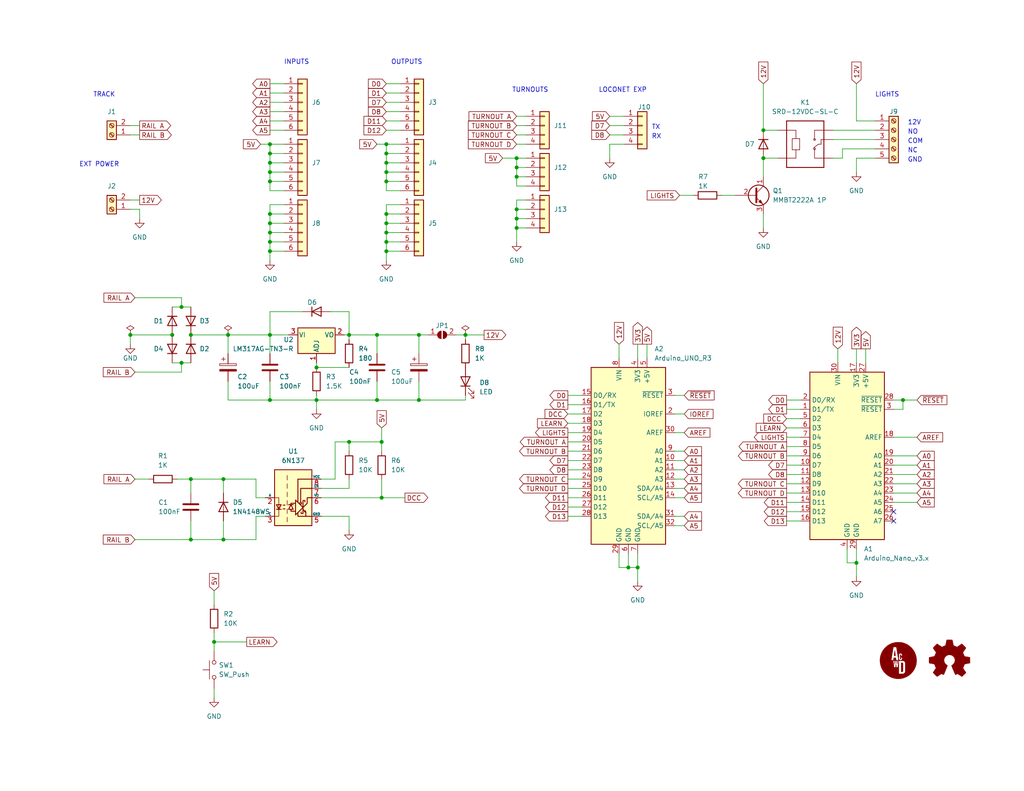
<source format=kicad_sch>
(kicad_sch (version 20211123) (generator eeschema)
  (paper "USLetter")
  (title_block (title "DCC Decoder") (date "2022-02-10") (rev "A") (company "A.C. Wright Design"))
  (junction (at 73.66 109.22))
  (junction (at 171.45 154.94))
  (junction (at 95.25 120.65))
  (junction (at 95.25 91.44))
  (junction (at 73.66 58.42))
  (junction (at 52.07 130.81))
  (junction (at 140.97 57.15))
  (junction (at 140.97 43.18))
  (junction (at 140.97 62.23))
  (junction (at 35.56 91.44))
  (junction (at 86.36 109.22))
  (junction (at 73.66 60.96))
  (junction (at 105.41 63.5))
  (junction (at 233.68 153.67))
  (junction (at 73.66 44.45))
  (junction (at 105.41 46.99))
  (junction (at 105.41 39.37))
  (junction (at 104.14 120.65))
  (junction (at 104.14 135.89))
  (junction (at 73.66 91.44))
  (junction (at 140.97 48.26))
  (junction (at 127 91.44))
  (junction (at 140.97 45.72))
  (junction (at 208.28 43.18))
  (junction (at 52.07 147.32))
  (junction (at 58.42 175.26))
  (junction (at 52.07 91.44))
  (junction (at 73.66 41.91))
  (junction (at 105.41 68.58))
  (junction (at 62.23 91.44))
  (junction (at 49.53 99.06))
  (junction (at 246.38 109.22))
  (junction (at 114.3 109.22))
  (junction (at 73.66 46.99))
  (junction (at 60.96 130.81))
  (junction (at 105.41 58.42))
  (junction (at 102.87 91.44))
  (junction (at 140.97 59.69))
  (junction (at 102.87 109.22))
  (junction (at 46.99 91.44))
  (junction (at 86.36 100.33))
  (junction (at 173.99 154.94))
  (junction (at 73.66 49.53))
  (junction (at 105.41 66.04))
  (junction (at 208.28 35.56))
  (junction (at 73.66 63.5))
  (junction (at 105.41 41.91))
  (junction (at 60.96 147.32))
  (junction (at 73.66 39.37))
  (junction (at 73.66 66.04))
  (junction (at 49.53 83.82))
  (junction (at 73.66 68.58))
  (junction (at 105.41 44.45))
  (junction (at 105.41 60.96))
  (junction (at 114.3 91.44))
  (junction (at 105.41 49.53))
  (no_connect (at 243.84 142.24))
  (no_connect (at 243.84 139.7))
  (wire (pts (xy 105.41 44.45) (xy 105.41 46.99)))
  (wire (pts (xy 105.41 60.96) (xy 105.41 63.5)))
  (wire (pts (xy 184.15 140.97) (xy 186.69 140.97)))
  (wire (pts (xy 140.97 31.75) (xy 143.51 31.75)))
  (wire (pts (xy 233.68 149.86) (xy 233.68 153.67)))
  (wire (pts (xy 72.39 140.97) (xy 69.85 140.97)))
  (wire (pts (xy 184.15 143.51) (xy 186.69 143.51)))
  (wire (pts (xy 58.42 161.29) (xy 58.42 165.1)))
  (wire (pts (xy 127 92.71) (xy 127 91.44)))
  (wire (pts (xy 184.15 130.81) (xy 186.69 130.81)))
  (wire (pts (xy 214.63 139.7) (xy 218.44 139.7)))
  (wire (pts (xy 214.63 137.16) (xy 218.44 137.16)))
  (wire (pts (xy 73.66 68.58) (xy 73.66 71.12)))
  (wire (pts (xy 46.99 83.82) (xy 49.53 83.82)))
  (wire (pts (xy 48.26 130.81) (xy 52.07 130.81)))
  (wire (pts (xy 35.56 34.29) (xy 38.1 34.29)))
  (wire (pts (xy 233.68 43.18) (xy 233.68 46.99)))
  (wire (pts (xy 73.66 39.37) (xy 77.47 39.37)))
  (wire (pts (xy 171.45 154.94) (xy 173.99 154.94)))
  (wire (pts (xy 214.63 127) (xy 218.44 127)))
  (wire (pts (xy 105.41 63.5) (xy 105.41 66.04)))
  (wire (pts (xy 71.12 39.37) (xy 73.66 39.37)))
  (wire (pts (xy 105.41 49.53) (xy 105.41 52.07)))
  (wire (pts (xy 214.63 142.24) (xy 218.44 142.24)))
  (wire (pts (xy 36.83 81.28) (xy 49.53 81.28)))
  (wire (pts (xy 73.66 109.22) (xy 62.23 109.22)))
  (wire (pts (xy 62.23 104.14) (xy 62.23 109.22)))
  (wire (pts (xy 140.97 43.18) (xy 143.51 43.18)))
  (wire (pts (xy 105.41 35.56) (xy 109.22 35.56)))
  (wire (pts (xy 36.83 130.81) (xy 40.64 130.81)))
  (wire (pts (xy 105.41 55.88) (xy 105.41 58.42)))
  (wire (pts (xy 140.97 48.26) (xy 140.97 50.8)))
  (wire (pts (xy 58.42 187.96) (xy 58.42 190.5)))
  (wire (pts (xy 104.14 116.84) (xy 104.14 120.65)))
  (wire (pts (xy 243.84 129.54) (xy 250.19 129.54)))
  (wire (pts (xy 154.94 123.19) (xy 158.75 123.19)))
  (wire (pts (xy 243.84 132.08) (xy 250.19 132.08)))
  (wire (pts (xy 231.14 153.67) (xy 233.68 153.67)))
  (wire (pts (xy 95.25 120.65) (xy 104.14 120.65)))
  (wire (pts (xy 166.37 34.29) (xy 170.18 34.29)))
  (wire (pts (xy 86.36 99.06) (xy 86.36 100.33)))
  (wire (pts (xy 166.37 39.37) (xy 166.37 43.18)))
  (wire (pts (xy 243.84 137.16) (xy 250.19 137.16)))
  (wire (pts (xy 238.76 43.18) (xy 233.68 43.18)))
  (wire (pts (xy 233.68 95.25) (xy 233.68 99.06)))
  (wire (pts (xy 73.66 27.94) (xy 77.47 27.94)))
  (wire (pts (xy 73.66 60.96) (xy 77.47 60.96)))
  (wire (pts (xy 77.47 52.07) (xy 73.66 52.07)))
  (wire (pts (xy 173.99 151.13) (xy 173.99 154.94)))
  (wire (pts (xy 105.41 66.04) (xy 109.22 66.04)))
  (wire (pts (xy 114.3 91.44) (xy 114.3 96.52)))
  (wire (pts (xy 233.68 33.02) (xy 238.76 33.02)))
  (wire (pts (xy 86.36 100.33) (xy 95.25 100.33)))
  (wire (pts (xy 105.41 25.4) (xy 109.22 25.4)))
  (wire (pts (xy 246.38 109.22) (xy 250.19 109.22)))
  (wire (pts (xy 154.94 115.57) (xy 158.75 115.57)))
  (wire (pts (xy 105.41 58.42) (xy 109.22 58.42)))
  (wire (pts (xy 69.85 130.81) (xy 60.96 130.81)))
  (wire (pts (xy 73.66 35.56) (xy 77.47 35.56)))
  (wire (pts (xy 124.46 91.44) (xy 127 91.44)))
  (wire (pts (xy 73.66 60.96) (xy 73.66 63.5)))
  (wire (pts (xy 73.66 46.99) (xy 77.47 46.99)))
  (wire (pts (xy 127 91.44) (xy 132.08 91.44)))
  (wire (pts (xy 214.63 121.92) (xy 218.44 121.92)))
  (wire (pts (xy 58.42 175.26) (xy 67.31 175.26)))
  (wire (pts (xy 140.97 54.61) (xy 140.97 57.15)))
  (wire (pts (xy 36.83 147.32) (xy 52.07 147.32)))
  (wire (pts (xy 93.98 91.44) (xy 95.25 91.44)))
  (wire (pts (xy 154.94 107.95) (xy 158.75 107.95)))
  (wire (pts (xy 140.97 39.37) (xy 143.51 39.37)))
  (wire (pts (xy 140.97 50.8) (xy 143.51 50.8)))
  (wire (pts (xy 60.96 147.32) (xy 60.96 142.24)))
  (wire (pts (xy 168.91 151.13) (xy 168.91 154.94)))
  (wire (pts (xy 69.85 135.89) (xy 69.85 130.81)))
  (wire (pts (xy 69.85 140.97) (xy 69.85 147.32)))
  (wire (pts (xy 102.87 104.14) (xy 102.87 109.22)))
  (wire (pts (xy 73.66 44.45) (xy 73.66 46.99)))
  (wire (pts (xy 208.28 22.86) (xy 208.28 35.56)))
  (wire (pts (xy 105.41 58.42) (xy 105.41 60.96)))
  (wire (pts (xy 154.94 140.97) (xy 158.75 140.97)))
  (wire (pts (xy 105.41 30.48) (xy 109.22 30.48)))
  (wire (pts (xy 140.97 43.18) (xy 140.97 45.72)))
  (wire (pts (xy 109.22 39.37) (xy 105.41 39.37)))
  (wire (pts (xy 229.87 40.64) (xy 238.76 40.64)))
  (wire (pts (xy 154.94 125.73) (xy 158.75 125.73)))
  (wire (pts (xy 208.28 43.18) (xy 212.09 43.18)))
  (wire (pts (xy 95.25 85.09) (xy 95.25 91.44)))
  (wire (pts (xy 73.66 41.91) (xy 77.47 41.91)))
  (wire (pts (xy 140.97 62.23) (xy 143.51 62.23)))
  (wire (pts (xy 166.37 36.83) (xy 170.18 36.83)))
  (wire (pts (xy 154.94 130.81) (xy 158.75 130.81)))
  (wire (pts (xy 104.14 135.89) (xy 110.49 135.89)))
  (wire (pts (xy 62.23 91.44) (xy 62.23 96.52)))
  (wire (pts (xy 95.25 120.65) (xy 95.25 123.19)))
  (wire (pts (xy 58.42 175.26) (xy 58.42 177.8)))
  (wire (pts (xy 109.22 44.45) (xy 105.41 44.45)))
  (wire (pts (xy 246.38 109.22) (xy 243.84 109.22)))
  (wire (pts (xy 86.36 109.22) (xy 86.36 111.76)))
  (wire (pts (xy 73.66 68.58) (xy 77.47 68.58)))
  (wire (pts (xy 105.41 66.04) (xy 105.41 68.58)))
  (wire (pts (xy 184.15 125.73) (xy 186.69 125.73)))
  (wire (pts (xy 105.41 46.99) (xy 109.22 46.99)))
  (wire (pts (xy 185.42 53.34) (xy 189.23 53.34)))
  (wire (pts (xy 236.22 95.25) (xy 236.22 99.06)))
  (wire (pts (xy 227.33 43.18) (xy 229.87 43.18)))
  (wire (pts (xy 73.66 49.53) (xy 77.47 49.53)))
  (wire (pts (xy 184.15 128.27) (xy 186.69 128.27)))
  (wire (pts (xy 196.85 53.34) (xy 200.66 53.34)))
  (wire (pts (xy 105.41 33.02) (xy 109.22 33.02)))
  (wire (pts (xy 73.66 39.37) (xy 73.66 41.91)))
  (wire (pts (xy 49.53 83.82) (xy 49.53 81.28)))
  (wire (pts (xy 87.63 140.97) (xy 95.25 140.97)))
  (wire (pts (xy 168.91 154.94) (xy 171.45 154.94)))
  (wire (pts (xy 102.87 91.44) (xy 102.87 96.52)))
  (wire (pts (xy 91.44 120.65) (xy 95.25 120.65)))
  (wire (pts (xy 82.55 85.09) (xy 73.66 85.09)))
  (wire (pts (xy 35.56 91.44) (xy 46.99 91.44)))
  (wire (pts (xy 73.66 91.44) (xy 78.74 91.44)))
  (wire (pts (xy 228.6 95.25) (xy 228.6 99.06)))
  (wire (pts (xy 214.63 124.46) (xy 218.44 124.46)))
  (wire (pts (xy 52.07 91.44) (xy 62.23 91.44)))
  (wire (pts (xy 90.17 85.09) (xy 95.25 85.09)))
  (wire (pts (xy 73.66 49.53) (xy 73.66 52.07)))
  (wire (pts (xy 35.56 91.44) (xy 35.56 93.98)))
  (wire (pts (xy 243.84 127) (xy 250.19 127)))
  (wire (pts (xy 184.15 113.03) (xy 186.69 113.03)))
  (wire (pts (xy 229.87 43.18) (xy 229.87 40.64)))
  (wire (pts (xy 36.83 101.6) (xy 49.53 101.6)))
  (wire (pts (xy 214.63 109.22) (xy 218.44 109.22)))
  (wire (pts (xy 154.94 133.35) (xy 158.75 133.35)))
  (wire (pts (xy 140.97 45.72) (xy 143.51 45.72)))
  (wire (pts (xy 208.28 43.18) (xy 208.28 48.26)))
  (wire (pts (xy 243.84 111.76) (xy 246.38 111.76)))
  (wire (pts (xy 243.84 119.38) (xy 250.19 119.38)))
  (wire (pts (xy 105.41 46.99) (xy 105.41 49.53)))
  (wire (pts (xy 38.1 57.15) (xy 38.1 59.69)))
  (wire (pts (xy 73.66 85.09) (xy 73.66 91.44)))
  (wire (pts (xy 233.68 33.02) (xy 233.68 22.86)))
  (wire (pts (xy 140.97 36.83) (xy 143.51 36.83)))
  (wire (pts (xy 86.36 107.95) (xy 86.36 109.22)))
  (wire (pts (xy 102.87 39.37) (xy 105.41 39.37)))
  (wire (pts (xy 62.23 91.44) (xy 73.66 91.44)))
  (wire (pts (xy 184.15 123.19) (xy 186.69 123.19)))
  (wire (pts (xy 243.84 134.62) (xy 250.19 134.62)))
  (wire (pts (xy 52.07 147.32) (xy 60.96 147.32)))
  (wire (pts (xy 166.37 31.75) (xy 170.18 31.75)))
  (wire (pts (xy 105.41 41.91) (xy 105.41 44.45)))
  (wire (pts (xy 73.66 22.86) (xy 77.47 22.86)))
  (wire (pts (xy 184.15 118.11) (xy 186.69 118.11)))
  (wire (pts (xy 176.53 93.98) (xy 176.53 97.79)))
  (wire (pts (xy 95.25 130.81) (xy 95.25 133.35)))
  (wire (pts (xy 105.41 27.94) (xy 109.22 27.94)))
  (wire (pts (xy 77.47 55.88) (xy 73.66 55.88)))
  (wire (pts (xy 208.28 58.42) (xy 208.28 62.23)))
  (wire (pts (xy 173.99 93.98) (xy 173.99 97.79)))
  (wire (pts (xy 170.18 39.37) (xy 166.37 39.37)))
  (wire (pts (xy 214.63 129.54) (xy 218.44 129.54)))
  (wire (pts (xy 73.66 58.42) (xy 73.66 60.96)))
  (wire (pts (xy 231.14 149.86) (xy 231.14 153.67)))
  (wire (pts (xy 73.66 109.22) (xy 86.36 109.22)))
  (wire (pts (xy 227.33 35.56) (xy 238.76 35.56)))
  (wire (pts (xy 73.66 55.88) (xy 73.66 58.42)))
  (wire (pts (xy 243.84 124.46) (xy 250.19 124.46)))
  (wire (pts (xy 184.15 135.89) (xy 186.69 135.89)))
  (wire (pts (xy 58.42 172.72) (xy 58.42 175.26)))
  (wire (pts (xy 154.94 120.65) (xy 158.75 120.65)))
  (wire (pts (xy 105.41 52.07) (xy 109.22 52.07)))
  (wire (pts (xy 73.66 63.5) (xy 73.66 66.04)))
  (wire (pts (xy 233.68 153.67) (xy 233.68 157.48)))
  (wire (pts (xy 102.87 91.44) (xy 114.3 91.44)))
  (wire (pts (xy 73.66 25.4) (xy 77.47 25.4)))
  (wire (pts (xy 154.94 118.11) (xy 158.75 118.11)))
  (wire (pts (xy 105.41 41.91) (xy 109.22 41.91)))
  (wire (pts (xy 140.97 59.69) (xy 140.97 62.23)))
  (wire (pts (xy 105.41 68.58) (xy 105.41 71.12)))
  (wire (pts (xy 49.53 101.6) (xy 49.53 99.06)))
  (wire (pts (xy 46.99 99.06) (xy 49.53 99.06)))
  (wire (pts (xy 35.56 54.61) (xy 38.1 54.61)))
  (wire (pts (xy 73.66 44.45) (xy 77.47 44.45)))
  (wire (pts (xy 91.44 130.81) (xy 91.44 120.65)))
  (wire (pts (xy 95.25 91.44) (xy 102.87 91.44)))
  (wire (pts (xy 184.15 107.95) (xy 186.69 107.95)))
  (wire (pts (xy 86.36 109.22) (xy 102.87 109.22)))
  (wire (pts (xy 140.97 48.26) (xy 143.51 48.26)))
  (wire (pts (xy 73.66 63.5) (xy 77.47 63.5)))
  (wire (pts (xy 95.25 92.71) (xy 95.25 91.44)))
  (wire (pts (xy 140.97 54.61) (xy 143.51 54.61)))
  (wire (pts (xy 35.56 36.83) (xy 38.1 36.83)))
  (wire (pts (xy 227.33 38.1) (xy 238.76 38.1)))
  (wire (pts (xy 104.14 120.65) (xy 104.14 123.19)))
  (wire (pts (xy 104.14 130.81) (xy 104.14 135.89)))
  (wire (pts (xy 137.16 43.18) (xy 140.97 43.18)))
  (wire (pts (xy 69.85 147.32) (xy 60.96 147.32)))
  (wire (pts (xy 49.53 83.82) (xy 52.07 83.82)))
  (wire (pts (xy 49.53 99.06) (xy 52.07 99.06)))
  (wire (pts (xy 73.66 58.42) (xy 77.47 58.42)))
  (wire (pts (xy 102.87 109.22) (xy 114.3 109.22)))
  (wire (pts (xy 154.94 110.49) (xy 158.75 110.49)))
  (wire (pts (xy 73.66 66.04) (xy 73.66 68.58)))
  (wire (pts (xy 95.25 133.35) (xy 87.63 133.35)))
  (wire (pts (xy 214.63 132.08) (xy 218.44 132.08)))
  (wire (pts (xy 140.97 59.69) (xy 143.51 59.69)))
  (wire (pts (xy 72.39 135.89) (xy 69.85 135.89)))
  (wire (pts (xy 214.63 119.38) (xy 218.44 119.38)))
  (wire (pts (xy 87.63 130.81) (xy 91.44 130.81)))
  (wire (pts (xy 105.41 68.58) (xy 109.22 68.58)))
  (wire (pts (xy 95.25 140.97) (xy 95.25 144.78)))
  (wire (pts (xy 154.94 135.89) (xy 158.75 135.89)))
  (wire (pts (xy 73.66 30.48) (xy 77.47 30.48)))
  (wire (pts (xy 73.66 46.99) (xy 73.66 49.53)))
  (wire (pts (xy 214.63 134.62) (xy 218.44 134.62)))
  (wire (pts (xy 214.63 116.84) (xy 218.44 116.84)))
  (wire (pts (xy 105.41 60.96) (xy 109.22 60.96)))
  (wire (pts (xy 105.41 49.53) (xy 109.22 49.53)))
  (wire (pts (xy 246.38 111.76) (xy 246.38 109.22)))
  (wire (pts (xy 52.07 130.81) (xy 52.07 134.62)))
  (wire (pts (xy 116.84 91.44) (xy 114.3 91.44)))
  (wire (pts (xy 140.97 34.29) (xy 143.51 34.29)))
  (wire (pts (xy 168.91 93.98) (xy 168.91 97.79)))
  (wire (pts (xy 52.07 142.24) (xy 52.07 147.32)))
  (wire (pts (xy 154.94 113.03) (xy 158.75 113.03)))
  (wire (pts (xy 173.99 154.94) (xy 173.99 158.75)))
  (wire (pts (xy 140.97 57.15) (xy 143.51 57.15)))
  (wire (pts (xy 154.94 138.43) (xy 158.75 138.43)))
  (wire (pts (xy 154.94 128.27) (xy 158.75 128.27)))
  (wire (pts (xy 60.96 130.81) (xy 60.96 134.62)))
  (wire (pts (xy 105.41 22.86) (xy 109.22 22.86)))
  (wire (pts (xy 73.66 96.52) (xy 73.66 91.44)))
  (wire (pts (xy 114.3 104.14) (xy 114.3 109.22)))
  (wire (pts (xy 214.63 111.76) (xy 218.44 111.76)))
  (wire (pts (xy 208.28 35.56) (xy 212.09 35.56)))
  (wire (pts (xy 105.41 63.5) (xy 109.22 63.5)))
  (wire (pts (xy 73.66 66.04) (xy 77.47 66.04)))
  (wire (pts (xy 140.97 45.72) (xy 140.97 48.26)))
  (wire (pts (xy 73.66 33.02) (xy 77.47 33.02)))
  (wire (pts (xy 127 107.95) (xy 127 109.22)))
  (wire (pts (xy 171.45 151.13) (xy 171.45 154.94)))
  (wire (pts (xy 184.15 133.35) (xy 186.69 133.35)))
  (wire (pts (xy 52.07 130.81) (xy 60.96 130.81)))
  (wire (pts (xy 127 109.22) (xy 114.3 109.22)))
  (wire (pts (xy 104.14 135.89) (xy 87.63 135.89)))
  (wire (pts (xy 109.22 55.88) (xy 105.41 55.88)))
  (wire (pts (xy 105.41 39.37) (xy 105.41 41.91)))
  (wire (pts (xy 214.63 114.3) (xy 218.44 114.3)))
  (wire (pts (xy 35.56 57.15) (xy 38.1 57.15)))
  (wire (pts (xy 140.97 62.23) (xy 140.97 66.04)))
  (wire (pts (xy 73.66 104.14) (xy 73.66 109.22)))
  (wire (pts (xy 140.97 57.15) (xy 140.97 59.69)))
  (wire (pts (xy 73.66 41.91) (xy 73.66 44.45)))
  (text "TX" (at 177.8 35.56 0) (effects (font (size 1.27 1.27)) (justify left bottom)))
  (text "EXT POWER" (at 21.59 45.72 0) (effects (font (size 1.27 1.27)) (justify left bottom)))
  (text "TURNOUTS" (at 139.7 25.4 0) (effects (font (size 1.27 1.27)) (justify left bottom)))
  (text "INPUTS" (at 77.47 17.78 0) (effects (font (size 1.27 1.27)) (justify left bottom)))
  (text "NO" (at 247.65 36.83 0) (effects (font (size 1.27 1.27)) (justify left bottom)))
  (text "TRACK" (at 25.4 26.67 0) (effects (font (size 1.27 1.27)) (justify left bottom)))
  (text "LIGHTS" (at 238.76 26.67 0) (effects (font (size 1.27 1.27)) (justify left bottom)))
  (text "COM" (at 247.65 39.37 0) (effects (font (size 1.27 1.27)) (justify left bottom)))
  (text "OUTPUTS" (at 106.68 17.78 0) (effects (font (size 1.27 1.27)) (justify left bottom)))
  (text "12V" (at 247.65 34.29 0) (effects (font (size 1.27 1.27)) (justify left bottom)))
  (text "RX" (at 177.8 38.1 0) (effects (font (size 1.27 1.27)) (justify left bottom)))
  (text "LOCONET EXP" (at 176.53 25.4 180) (effects (font (size 1.27 1.27)) (justify right bottom)))
  (text "GND" (at 247.65 44.45 0) (effects (font (size 1.27 1.27)) (justify left bottom)))
  (text "NC" (at 247.65 41.91 0) (effects (font (size 1.27 1.27)) (justify left bottom)))
  (global_label "D1" (shape output) (at 154.94 110.49 180) (property "Intersheet References" "${INTERSHEET_REFS}" (effects hide)))
  (global_label "D1" (shape input) (at 105.41 25.4 180) (property "Intersheet References" "${INTERSHEET_REFS}" (effects hide)))
  (global_label "12V" (shape input) (at 208.28 22.86 90) (property "Intersheet References" "${INTERSHEET_REFS}" (effects hide)))
  (global_label "LEARN" (shape output) (at 67.31 175.26 0) (property "Intersheet References" "${INTERSHEET_REFS}" (effects hide)))
  (global_label "LEARN" (shape input) (at 214.63 116.84 180) (property "Intersheet References" "${INTERSHEET_REFS}" (effects hide)))
  (global_label "RAIL B" (shape output) (at 38.1 36.83 0) (property "Intersheet References" "${INTERSHEET_REFS}" (effects hide)))
  (global_label "RAIL B" (shape input) (at 36.83 101.6 180) (property "Intersheet References" "${INTERSHEET_REFS}" (effects hide)))
  (global_label "TURNOUT A" (shape input) (at 140.97 31.75 180) (property "Intersheet References" "${INTERSHEET_REFS}" (effects hide)))
  (global_label "~{RESET}" (shape input) (at 186.69 107.95 0) (property "Intersheet References" "${INTERSHEET_REFS}" (effects hide)))
  (global_label "D13" (shape output) (at 154.94 140.97 180) (property "Intersheet References" "${INTERSHEET_REFS}" (effects hide)))
  (global_label "A5" (shape input) (at 250.19 137.16 0) (property "Intersheet References" "${INTERSHEET_REFS}" (effects hide)))
  (global_label "A0" (shape input) (at 250.19 124.46 0) (property "Intersheet References" "${INTERSHEET_REFS}" (effects hide)))
  (global_label "12V" (shape output) (at 132.08 91.44 0) (property "Intersheet References" "${INTERSHEET_REFS}" (effects hide)))
  (global_label "TURNOUT C" (shape input) (at 140.97 36.83 180) (property "Intersheet References" "${INTERSHEET_REFS}" (effects hide)))
  (global_label "D0" (shape output) (at 154.94 107.95 180) (property "Intersheet References" "${INTERSHEET_REFS}" (effects hide)))
  (global_label "D1" (shape output) (at 214.63 111.76 180) (property "Intersheet References" "${INTERSHEET_REFS}" (effects hide)))
  (global_label "A0" (shape output) (at 73.66 22.86 180) (property "Intersheet References" "${INTERSHEET_REFS}" (effects hide)))
  (global_label "3V3" (shape output) (at 173.99 93.98 90) (property "Intersheet References" "${INTERSHEET_REFS}" (effects hide)))
  (global_label "TURNOUT D" (shape input) (at 140.97 39.37 180) (property "Intersheet References" "${INTERSHEET_REFS}" (effects hide)))
  (global_label "A1" (shape input) (at 250.19 127 0) (property "Intersheet References" "${INTERSHEET_REFS}" (effects hide)))
  (global_label "D7" (shape input) (at 166.37 34.29 180) (property "Intersheet References" "${INTERSHEET_REFS}" (effects hide)))
  (global_label "D11" (shape output) (at 214.63 137.16 180) (property "Intersheet References" "${INTERSHEET_REFS}" (effects hide)))
  (global_label "DCC" (shape input) (at 214.63 114.3 180) (property "Intersheet References" "${INTERSHEET_REFS}" (effects hide)))
  (global_label "D8" (shape input) (at 105.41 30.48 180) (property "Intersheet References" "${INTERSHEET_REFS}" (effects hide)))
  (global_label "D8" (shape output) (at 154.94 128.27 180) (property "Intersheet References" "${INTERSHEET_REFS}" (effects hide)))
  (global_label "A2" (shape input) (at 186.69 128.27 0) (property "Intersheet References" "${INTERSHEET_REFS}" (effects hide)))
  (global_label "D8" (shape input) (at 166.37 36.83 180) (property "Intersheet References" "${INTERSHEET_REFS}" (effects hide)))
  (global_label "D7" (shape output) (at 154.94 125.73 180) (property "Intersheet References" "${INTERSHEET_REFS}" (effects hide)))
  (global_label "RAIL A" (shape input) (at 36.83 130.81 180) (property "Intersheet References" "${INTERSHEET_REFS}" (effects hide)))
  (global_label "RAIL A" (shape output) (at 38.1 34.29 0) (property "Intersheet References" "${INTERSHEET_REFS}" (effects hide)))
  (global_label "TURNOUT C" (shape output) (at 214.63 132.08 180) (property "Intersheet References" "${INTERSHEET_REFS}" (effects hide)))
  (global_label "12V" (shape input) (at 233.68 22.86 90) (property "Intersheet References" "${INTERSHEET_REFS}" (effects hide)))
  (global_label "D12" (shape input) (at 105.41 35.56 180) (property "Intersheet References" "${INTERSHEET_REFS}" (effects hide)))
  (global_label "DCC" (shape input) (at 154.94 113.03 180) (property "Intersheet References" "${INTERSHEET_REFS}" (effects hide)))
  (global_label "A2" (shape input) (at 250.19 129.54 0) (property "Intersheet References" "${INTERSHEET_REFS}" (effects hide)))
  (global_label "RAIL A" (shape input) (at 36.83 81.28 180) (property "Intersheet References" "${INTERSHEET_REFS}" (effects hide)))
  (global_label "LIGHTS" (shape output) (at 154.94 118.11 180) (property "Intersheet References" "${INTERSHEET_REFS}" (effects hide)))
  (global_label "5V" (shape output) (at 176.53 93.98 90) (property "Intersheet References" "${INTERSHEET_REFS}" (effects hide)))
  (global_label "TURNOUT D" (shape output) (at 154.94 133.35 180) (property "Intersheet References" "${INTERSHEET_REFS}" (effects hide)))
  (global_label "A1" (shape output) (at 73.66 25.4 180) (property "Intersheet References" "${INTERSHEET_REFS}" (effects hide)))
  (global_label "DCC" (shape output) (at 110.49 135.89 0) (property "Intersheet References" "${INTERSHEET_REFS}" (effects hide)))
  (global_label "A0" (shape input) (at 186.69 123.19 0) (property "Intersheet References" "${INTERSHEET_REFS}" (effects hide)))
  (global_label "A3" (shape input) (at 186.69 130.81 0) (property "Intersheet References" "${INTERSHEET_REFS}" (effects hide)))
  (global_label "5V" (shape input) (at 102.87 39.37 180) (property "Intersheet References" "${INTERSHEET_REFS}" (effects hide)))
  (global_label "A4" (shape input) (at 250.19 134.62 0) (property "Intersheet References" "${INTERSHEET_REFS}" (effects hide)))
  (global_label "IOREF" (shape input) (at 186.69 113.03 0) (property "Intersheet References" "${INTERSHEET_REFS}" (effects hide)))
  (global_label "D12" (shape output) (at 214.63 139.7 180) (property "Intersheet References" "${INTERSHEET_REFS}" (effects hide)))
  (global_label "TURNOUT B" (shape output) (at 214.63 124.46 180) (property "Intersheet References" "${INTERSHEET_REFS}" (effects hide)))
  (global_label "D7" (shape input) (at 105.41 27.94 180) (property "Intersheet References" "${INTERSHEET_REFS}" (effects hide)))
  (global_label "5V" (shape input) (at 137.16 43.18 180) (property "Intersheet References" "${INTERSHEET_REFS}" (effects hide)))
  (global_label "TURNOUT A" (shape output) (at 214.63 121.92 180) (property "Intersheet References" "${INTERSHEET_REFS}" (effects hide)))
  (global_label "LEARN" (shape input) (at 154.94 115.57 180) (property "Intersheet References" "${INTERSHEET_REFS}" (effects hide)))
  (global_label "LIGHTS" (shape input) (at 185.42 53.34 180) (property "Intersheet References" "${INTERSHEET_REFS}" (effects hide)))
  (global_label "D0" (shape input) (at 105.41 22.86 180) (property "Intersheet References" "${INTERSHEET_REFS}" (effects hide)))
  (global_label "D0" (shape output) (at 214.63 109.22 180) (property "Intersheet References" "${INTERSHEET_REFS}" (effects hide)))
  (global_label "A2" (shape output) (at 73.66 27.94 180) (property "Intersheet References" "${INTERSHEET_REFS}" (effects hide)))
  (global_label "~{RESET}" (shape input) (at 250.19 109.22 0) (property "Intersheet References" "${INTERSHEET_REFS}" (effects hide)))
  (global_label "D13" (shape output) (at 214.63 142.24 180) (property "Intersheet References" "${INTERSHEET_REFS}" (effects hide)))
  (global_label "A4" (shape output) (at 73.66 33.02 180) (property "Intersheet References" "${INTERSHEET_REFS}" (effects hide)))
  (global_label "TURNOUT C" (shape output) (at 154.94 130.81 180) (property "Intersheet References" "${INTERSHEET_REFS}" (effects hide)))
  (global_label "AREF" (shape input) (at 250.19 119.38 0) (property "Intersheet References" "${INTERSHEET_REFS}" (effects hide)))
  (global_label "5V" (shape input) (at 166.37 31.75 180) (property "Intersheet References" "${INTERSHEET_REFS}" (effects hide)))
  (global_label "A3" (shape input) (at 250.19 132.08 0) (property "Intersheet References" "${INTERSHEET_REFS}" (effects hide)))
  (global_label "TURNOUT A" (shape output) (at 154.94 120.65 180) (property "Intersheet References" "${INTERSHEET_REFS}" (effects hide)))
  (global_label "A1" (shape input) (at 186.69 125.73 0) (property "Intersheet References" "${INTERSHEET_REFS}" (effects hide)))
  (global_label "12V" (shape input) (at 168.91 93.98 90) (property "Intersheet References" "${INTERSHEET_REFS}" (effects hide)))
  (global_label "5V" (shape input) (at 104.14 116.84 90) (property "Intersheet References" "${INTERSHEET_REFS}" (effects hide)))
  (global_label "A5" (shape input) (at 186.69 143.51 0) (property "Intersheet References" "${INTERSHEET_REFS}" (effects hide)))
  (global_label "D11" (shape input) (at 105.41 33.02 180) (property "Intersheet References" "${INTERSHEET_REFS}" (effects hide)))
  (global_label "A4" (shape input) (at 186.69 133.35 0) (property "Intersheet References" "${INTERSHEET_REFS}" (effects hide)))
  (global_label "AREF" (shape input) (at 186.69 118.11 0) (property "Intersheet References" "${INTERSHEET_REFS}" (effects hide)))
  (global_label "D12" (shape output) (at 154.94 138.43 180) (property "Intersheet References" "${INTERSHEET_REFS}" (effects hide)))
  (global_label "A3" (shape output) (at 73.66 30.48 180) (property "Intersheet References" "${INTERSHEET_REFS}" (effects hide)))
  (global_label "D7" (shape output) (at 214.63 127 180) (property "Intersheet References" "${INTERSHEET_REFS}" (effects hide)))
  (global_label "LIGHTS" (shape output) (at 214.63 119.38 180) (property "Intersheet References" "${INTERSHEET_REFS}" (effects hide)))
  (global_label "5V" (shape input) (at 71.12 39.37 180) (property "Intersheet References" "${INTERSHEET_REFS}" (effects hide)))
  (global_label "12V" (shape input) (at 228.6 95.25 90) (property "Intersheet References" "${INTERSHEET_REFS}" (effects hide)))
  (global_label "D8" (shape output) (at 214.63 129.54 180) (property "Intersheet References" "${INTERSHEET_REFS}" (effects hide)))
  (global_label "3V3" (shape output) (at 233.68 95.25 90) (property "Intersheet References" "${INTERSHEET_REFS}" (effects hide)))
  (global_label "5V" (shape input) (at 58.42 161.29 90) (property "Intersheet References" "${INTERSHEET_REFS}" (effects hide)))
  (global_label "A5" (shape input) (at 186.69 135.89 0) (property "Intersheet References" "${INTERSHEET_REFS}" (effects hide)))
  (global_label "TURNOUT B" (shape input) (at 140.97 34.29 180) (property "Intersheet References" "${INTERSHEET_REFS}" (effects hide)))
  (global_label "D11" (shape output) (at 154.94 135.89 180) (property "Intersheet References" "${INTERSHEET_REFS}" (effects hide)))
  (global_label "12V" (shape output) (at 38.1 54.61 0) (property "Intersheet References" "${INTERSHEET_REFS}" (effects hide)))
  (global_label "A5" (shape output) (at 73.66 35.56 180) (property "Intersheet References" "${INTERSHEET_REFS}" (effects hide)))
  (global_label "A4" (shape input) (at 186.69 140.97 0) (property "Intersheet References" "${INTERSHEET_REFS}" (effects hide)))
  (global_label "RAIL B" (shape input) (at 36.83 147.32 180) (property "Intersheet References" "${INTERSHEET_REFS}" (effects hide)))
  (global_label "TURNOUT D" (shape output) (at 214.63 134.62 180) (property "Intersheet References" "${INTERSHEET_REFS}" (effects hide)))
  (global_label "5V" (shape output) (at 236.22 95.25 90) (property "Intersheet References" "${INTERSHEET_REFS}" (effects hide)))
  (global_label "TURNOUT B" (shape output) (at 154.94 123.19 180) (property "Intersheet References" "${INTERSHEET_REFS}" (effects hide)))
  (symbol (lib_id "Connector_Generic:Conn_01x04") (at 148.59 34.29 0) (unit 1)
    (property "Reference" "J11" (at 151.13 34.2899 0) (effects (justify left)))
    (property "Value" "Conn_01x04" (effects hide))
    (property "Footprint" "Connector_PinHeader_2.54mm:PinHeader_1x04_P2.54mm_Vertical" (effects hide))
  )
  (symbol (lib_id "power:GND") (at 38.1 59.69 0) (unit 1)
    (property "Reference" "#PWR0102" (effects hide))
    (property "Value" "GND" (at 38.1 64.77 0))
  )
  (symbol (lib_id "Connector_Generic:Conn_01x04") (at 148.59 45.72 0) (unit 1)
    (property "Reference" "J12" (at 151.13 45.7199 0) (effects (justify left)))
    (property "Value" "Conn_01x04" (effects hide))
    (property "Footprint" "Connector_PinHeader_2.54mm:PinHeader_1x04_P2.54mm_Vertical" (effects hide))
  )
  (symbol (lib_id "Diode:1N4001") (at 46.99 95.25 90) (unit 1)
    (property "Reference" "D2" (at 57.15 95.25 90) (effects (justify left)))
    (property "Value" "M7" (effects hide))
    (property "Footprint" "Diode_SMD:D_SMA" (effects hide))
    (property "Datasheet" "http://www.vishay.com/docs/88503/1n4001.pdf" (effects hide))
    (property "JLCPCB" "C95872" (effects hide))
    (property "LCSC" "C95872" (effects hide))
  )
  (symbol (lib_id "power:PWR_FLAG") (at 127 91.44 0) (unit 1)
    (property "Reference" "#FLG0102" (effects hide))
    (property "Value" "PWR_FLAG" (effects hide))
  )
  (symbol (lib_id "Device:C_Polarized") (at 114.3 100.33 0) (unit 1)
    (property "Reference" "C5" (at 106.68 101.6 0) (effects (justify left)))
    (property "Value" "100uF" (at 106.68 104.14 0) (effects (justify left)))
    (property "Footprint" "Capacitor_SMD:C_Elec_8x10.2" (effects hide))
    (property "JLCPCB" "C176665" (effects hide))
    (property "LCSC" "C176665" (effects hide))
  )
  (symbol (lib_id "power:GND") (at 208.28 62.23 0) (unit 1)
    (property "Reference" "#PWR0110" (effects hide))
    (property "Value" "GND" (at 208.28 67.31 0))
  )
  (symbol (lib_id "Connector_Generic:Conn_01x04") (at 175.26 34.29 0) (unit 1)
    (property "Reference" "J10" (at 173.99 29.21 0) (effects (justify left)))
    (property "Value" "Conn_01x04" (effects hide))
    (property "Footprint" "Connector_PinHeader_2.54mm:PinHeader_1x04_P2.54mm_Vertical" (effects hide))
  )
  (symbol (lib_id "MCU_Module:Arduino_UNO_R3") (at 171.45 123.19 0) (unit 1)
    (property "Reference" "A2" (at 178.5494 95.25 0) (effects (justify left)))
    (property "Value" "Arduino_UNO_R3" (at 178.5494 97.79 0) (effects (justify left)))
    (property "Footprint" "Module:Arduino_UNO_R3_WithMountingHoles" (effects hide))
    (property "Datasheet" "https://www.arduino.cc/en/Main/arduinoBoardUno" (effects hide))
  )
  (symbol (lib_id "Device:R") (at 44.45 130.81 90) (unit 1)
    (property "Reference" "R1" (at 44.45 124.46 90))
    (property "Value" "1K" (at 44.45 127 90))
    (property "Footprint" "Resistor_SMD:R_0603_1608Metric" (effects hide))
    (property "JLCPCB" "C21190" (effects hide))
    (property "LCSC" "C21190" (effects hide))
  )
  (symbol (lib_id "Device:C") (at 73.66 100.33 0) (unit 1)
    (property "Reference" "C3" (at 76.2 102.87 0) (effects (justify left)))
    (property "Value" "100nF" (at 76.2 105.41 0) (effects (justify left)))
    (property "Footprint" "Capacitor_SMD:C_0603_1608Metric" (effects hide))
    (property "JLCPCB" "C14663" (effects hide))
    (property "LCSC" "C14663" (effects hide))
  )
  (symbol (lib_id "Device:R") (at 127 96.52 180) (unit 1)
    (property "Reference" "R8" (at 129.54 95.2499 0) (effects (justify right)))
    (property "Value" "1K" (at 129.54 97.7899 0) (effects (justify right)))
    (property "Footprint" "Resistor_SMD:R_0603_1608Metric" (effects hide))
    (property "JLCPCB" "C21190" (effects hide))
    (property "LCSC" "C21190" (effects hide))
  )
  (symbol (lib_id "Device:C_Polarized") (at 62.23 100.33 0) (unit 1)
    (property "Reference" "C2" (at 64.77 102.87 0) (effects (justify left)))
    (property "Value" "100uF" (at 64.77 105.41 0) (effects (justify left)))
    (property "Footprint" "Capacitor_SMD:C_Elec_8x10.2" (effects hide))
    (property "JLCPCB" "C176665" (effects hide))
    (property "LCSC" "C176665" (effects hide))
  )
  (symbol (lib_id "Regulator_Linear:LM317_TO-252") (at 86.36 91.44 0) (unit 1)
    (property "Reference" "U2" (at 78.74 92.71 0))
    (property "Value" "LM317AG-TN3-R" (at 63.5 95.25 0) (effects (justify left)))
    (property "Footprint" "Package_TO_SOT_SMD:TO-252-2" (effects hide))
    (property "Datasheet" "http://www.ti.com/lit/ds/snvs774n/snvs774n.pdf" (effects hide))
    (property "JLCPCB" "C75510" (effects hide))
    (property "LCSC" "C75510" (effects hide))
  )
  (symbol (lib_id "A.C. Wright Logo:LOGO") (at 245.11 180.34 0) (unit 1)
    (property "Reference" "#G1" (effects hide))
    (property "Value" "LOGO" (effects hide))
    (property "Footprint" "A.C. Wright Logo:A.C. Wright Logo 5mm" (effects hide))
  )
  (symbol (lib_id "Diode:1N4001") (at 86.36 85.09 0) (unit 1)
    (property "Reference" "D6" (at 83.82 82.55 0) (effects (justify left)))
    (property "Value" "M7" (effects hide))
    (property "Footprint" "Diode_SMD:D_SMA" (effects hide))
    (property "Datasheet" "http://www.vishay.com/docs/88503/1n4001.pdf" (effects hide))
    (property "JLCPCB" "C95872" (effects hide))
    (property "LCSC" "C95872" (effects hide))
  )
  (symbol (lib_id "Connector_Generic:Conn_01x06") (at 114.3 60.96 0) (unit 1)
    (property "Reference" "J5" (at 116.84 60.9599 0) (effects (justify left)))
    (property "Value" "Conn_01x06" (effects hide))
    (property "Footprint" "Connector_PinHeader_2.54mm:PinHeader_1x06_P2.54mm_Vertical" (effects hide))
  )
  (symbol (lib_id "Diode:1N4148WS") (at 60.96 138.43 270) (unit 1)
    (property "Reference" "D5" (at 63.5 137.1599 90) (effects (justify left)))
    (property "Value" "1N4148WS" (at 68.58 139.7 90))
    (property "Footprint" "Diode_SMD:D_SOD-323" (effects hide))
    (property "Datasheet" "https://www.vishay.com/docs/85751/1n4148ws.pdf" (effects hide))
    (property "LCSC" "C2128" (effects hide))
    (property "JLCPCB" "C2128" (effects hide))
  )
  (symbol (lib_id "power:GND") (at 233.68 157.48 0) (unit 1)
    (property "Reference" "#PWR0108" (effects hide))
    (property "Value" "GND" (at 233.68 162.56 0))
  )
  (symbol (lib_id "Graphic:Logo_Open_Hardware_Small") (at 259.08 180.34 0) (unit 1)
    (property "Reference" "#LOGO1" (effects hide))
    (property "Value" "Logo_Open_Hardware_Small" (effects hide))
    (property "Footprint" "Symbol:OSHW-Logo2_7.3x6mm_SilkScreen" (effects hide))
  )
  (symbol (lib_id "Connector_Generic:Conn_01x04") (at 148.59 57.15 0) (unit 1)
    (property "Reference" "J13" (at 151.13 57.1499 0) (effects (justify left)))
    (property "Value" "Conn_01x04" (effects hide))
    (property "Footprint" "Connector_PinHeader_2.54mm:PinHeader_1x04_P2.54mm_Vertical" (effects hide))
  )
  (symbol (lib_id "power:GND") (at 86.36 111.76 0) (unit 1)
    (property "Reference" "#PWR0107" (effects hide))
    (property "Value" "GND" (at 86.36 116.84 0))
  )
  (symbol (lib_id "Device:LED") (at 127 104.14 90) (unit 1)
    (property "Reference" "D8" (at 130.81 104.4574 90) (effects (justify right)))
    (property "Value" "LED" (at 130.81 106.9974 90) (effects (justify right)))
    (property "Footprint" "LED_SMD:LED_0603_1608Metric" (effects hide))
    (property "LCSC" "C2286" (effects hide))
    (property "JLCPCB" "C2286" (effects hide))
  )
  (symbol (lib_id "Connector_Generic:Conn_01x06") (at 82.55 44.45 0) (unit 1)
    (property "Reference" "J7" (at 85.09 44.4499 0) (effects (justify left)))
    (property "Value" "Conn_01x06" (effects hide))
    (property "Footprint" "Connector_PinHeader_2.54mm:PinHeader_1x06_P2.54mm_Vertical" (effects hide))
  )
  (symbol (lib_id "Device:C") (at 102.87 100.33 0) (unit 1)
    (property "Reference" "C4" (at 95.25 101.6 0) (effects (justify left)))
    (property "Value" "100nF" (at 95.25 104.14 0) (effects (justify left)))
    (property "Footprint" "Capacitor_SMD:C_0603_1608Metric" (effects hide))
    (property "JLCPCB" "C14663" (effects hide))
    (property "LCSC" "C14663" (effects hide))
  )
  (symbol (lib_id "Device:C") (at 52.07 138.43 0) (unit 1)
    (property "Reference" "C1" (at 43.18 137.16 0) (effects (justify left)))
    (property "Value" "100nF" (at 43.18 139.7 0) (effects (justify left)))
    (property "Footprint" "Capacitor_SMD:C_0603_1608Metric" (effects hide))
    (property "JLCPCB" "C14663" (effects hide))
    (property "LCSC" "C14663" (effects hide))
  )
  (symbol (lib_id "Diode:1N4001") (at 52.07 95.25 270) (unit 1)
    (property "Reference" "D4" (at 41.91 95.25 90) (effects (justify left)))
    (property "Value" "M7" (effects hide))
    (property "Footprint" "Diode_SMD:D_SMA" (effects hide))
    (property "Datasheet" "http://www.vishay.com/docs/88503/1n4001.pdf" (effects hide))
    (property "JLCPCB" "C95872" (effects hide))
    (property "LCSC" "C95872" (effects hide))
  )
  (symbol (lib_id "power:GND") (at 105.41 71.12 0) (unit 1)
    (property "Reference" "#PWR0103" (effects hide))
    (property "Value" "GND" (at 105.41 76.2 0))
  )
  (symbol (lib_id "Device:R") (at 58.42 168.91 180) (unit 1)
    (property "Reference" "R2" (at 60.96 167.6399 0) (effects (justify right)))
    (property "Value" "10K" (at 60.96 170.1799 0) (effects (justify right)))
    (property "Footprint" "Resistor_SMD:R_0603_1608Metric" (effects hide))
    (property "JLCPCB" "C25804" (effects hide))
    (property "LCSC" "C25804" (effects hide))
  )
  (symbol (lib_id "MCU_Module:Arduino_Nano_v3.x") (at 231.14 124.46 0) (unit 1)
    (property "Reference" "A1" (at 235.6994 149.86 0) (effects (justify left)))
    (property "Value" "Arduino_Nano_v3.x" (at 235.6994 152.4 0) (effects (justify left)))
    (property "Footprint" "Module:Arduino_Nano" (effects hide))
    (property "Datasheet" "http://www.mouser.com/pdfdocs/Gravitech_Arduino_Nano3_0.pdf" (effects hide))
  )
  (symbol (lib_id "power:GND") (at 233.68 46.99 0) (unit 1)
    (property "Reference" "#PWR0109" (effects hide))
    (property "Value" "GND" (at 233.68 52.07 0))
  )
  (symbol (lib_id "Switch:SW_Push") (at 58.42 182.88 90) (unit 1)
    (property "Reference" "SW1" (at 59.69 181.6099 90) (effects (justify right)))
    (property "Value" "SW_Push" (at 59.69 184.1499 90) (effects (justify right)))
    (property "Footprint" "SW_TS-1187A-B-A-B:SW_TS-1187A-B-A-B" (effects hide))
    (property "JLCPCB" "C318884" (effects hide))
    (property "LCSC" "C318884" (effects hide))
  )
  (symbol (lib_id "Connector_Generic:Conn_01x06") (at 114.3 27.94 0) (unit 1)
    (property "Reference" "J3" (at 116.84 27.9399 0) (effects (justify left)))
    (property "Value" "Conn_01x06" (effects hide))
    (property "Footprint" "Connector_PinHeader_2.54mm:PinHeader_1x06_P2.54mm_Vertical" (effects hide))
  )
  (symbol (lib_id "Device:R") (at 104.14 127 180) (unit 1)
    (property "Reference" "R6" (at 106.68 125.7299 0) (effects (justify right)))
    (property "Value" "10K" (at 106.68 128.2699 0) (effects (justify right)))
    (property "Footprint" "Resistor_SMD:R_0603_1608Metric" (effects hide))
    (property "JLCPCB" "C25804" (effects hide))
    (property "LCSC" "C25804" (effects hide))
  )
  (symbol (lib_id "power:PWR_FLAG") (at 35.56 91.44 0) (unit 1)
    (property "Reference" "#FLG0101" (effects hide))
    (property "Value" "PWR_FLAG" (effects hide))
  )
  (symbol (lib_id "power:GND") (at 166.37 43.18 0) (unit 1)
    (property "Reference" "#PWR0112" (effects hide))
    (property "Value" "GND" (at 166.37 48.26 0))
  )
  (symbol (lib_id "SRD12VDC-SL-C:SRD-12VDC-SL-C") (at 219.71 38.1 0) (unit 1)
    (property "Reference" "K1" (at 219.71 27.94 0))
    (property "Value" "SRD-12VDC-SL-C" (at 219.71 30.48 0))
    (property "Footprint" "SRD-12VDC-SL-C:SRD-12VDC-SL-C" (effects hide))
    (property "STANDARD" "IPC-7251" (effects hide))
    (property "MANUFACTURER" "SONGLE RELAY" (effects hide))
  )
  (symbol (lib_id "Connector:Screw_Terminal_01x05") (at 243.84 38.1 0) (unit 1)
    (property "Reference" "J9" (at 243.84 30.48 0))
    (property "Value" "Screw_Terminal_01x05" (effects hide))
    (property "Footprint" "TerminalBlock_Phoenix:TerminalBlock_Phoenix_PT-1,5-5-3.5-H_1x05_P3.50mm_Horizontal" (effects hide))
  )
  (symbol (lib_id "Connector_Generic:Conn_01x06") (at 82.55 60.96 0) (unit 1)
    (property "Reference" "J8" (at 85.09 60.9599 0) (effects (justify left)))
    (property "Value" "Conn_01x06" (effects hide))
    (property "Footprint" "Connector_PinHeader_2.54mm:PinHeader_1x06_P2.54mm_Vertical" (effects hide))
  )
  (symbol (lib_id "power:GND") (at 140.97 66.04 0) (unit 1)
    (property "Reference" "#PWR0111" (effects hide))
    (property "Value" "GND" (at 140.97 71.12 0))
  )
  (symbol (lib_id "Connector:Screw_Terminal_01x02") (at 30.48 36.83 180) (unit 1)
    (property "Reference" "J1" (at 30.48 30.48 0))
    (property "Value" "Screw_Terminal_01x02" (effects hide))
    (property "Footprint" "TerminalBlock_Phoenix:TerminalBlock_Phoenix_PT-1,5-2-3.5-H_1x02_P3.50mm_Horizontal" (effects hide))
  )
  (symbol (lib_id "Device:Q_NPN_CBE") (at 205.74 53.34 0) (unit 1)
    (property "Reference" "Q1" (at 210.82 52.0699 0) (effects (justify left)))
    (property "Value" "MMBT2222A 1P" (at 210.82 54.6099 0) (effects (justify left)))
    (property "Footprint" "Package_TO_SOT_SMD:SOT-23" (effects hide))
    (property "LCSC" "C8512" (effects hide))
    (property "JLCPCB" "C8512" (effects hide))
  )
  (symbol (lib_id "power:PWR_FLAG") (at 62.23 91.44 0) (unit 1)
    (property "Reference" "#FLG0103" (effects hide))
    (property "Value" "PWR_FLAG" (effects hide))
  )
  (symbol (lib_id "Jumper:SolderJumper_2_Open") (at 120.65 91.44 0) (unit 1)
    (property "Reference" "JP1" (at 120.65 88.9 0))
    (property "Value" "SolderJumper_2_Open" (effects hide))
    (property "Footprint" "Jumper:SolderJumper-2_P1.3mm_Open_RoundedPad1.0x1.5mm" (effects hide))
  )
  (symbol (lib_id "power:GND") (at 35.56 93.98 0) (unit 1)
    (property "Reference" "#PWR0101" (effects hide))
    (property "Value" "GND" (at 35.56 97.79 0))
  )
  (symbol (lib_id "power:GND") (at 173.99 158.75 0) (unit 1)
    (property "Reference" "#PWR01" (effects hide))
    (property "Value" "GND" (at 173.99 163.83 0))
  )
  (symbol (lib_id "Device:R") (at 86.36 104.14 180) (unit 1)
    (property "Reference" "R3" (at 88.9 102.8699 0) (effects (justify right)))
    (property "Value" "1.5K" (at 88.9 105.4099 0) (effects (justify right)))
    (property "Footprint" "Resistor_SMD:R_0603_1608Metric" (effects hide))
    (property "JLCPCB" "C22843" (effects hide))
    (property "LCSC" "C22843" (effects hide))
  )
  (symbol (lib_id "Isolator:6N137") (at 80.01 135.89 0) (unit 1)
    (property "Reference" "U1" (at 80.01 123.19 0))
    (property "Value" "6N137" (at 80.01 125.73 0))
    (property "Footprint" "OPTO_HCPL2630S:OPTO_HCPL2630S" (effects hide))
    (property "Datasheet" "https://docs.broadcom.com/docs/AV02-0940EN" (effects hide))
    (property "LCSC" "C110020" (effects hide))
    (property "JLCPCB" "C110020" (effects hide))
  )
  (symbol (lib_id "Device:R") (at 193.04 53.34 90) (unit 1)
    (property "Reference" "R7" (at 190.5 48.26 90) (effects (justify right)))
    (property "Value" "1K" (at 190.5 50.8 90) (effects (justify right)))
    (property "Footprint" "Resistor_SMD:R_0603_1608Metric" (effects hide))
    (property "JLCPCB" "C21190" (effects hide))
    (property "LCSC" "C21190" (effects hide))
  )
  (symbol (lib_id "Device:R") (at 95.25 96.52 180) (unit 1)
    (property "Reference" "R4" (at 97.79 95.2499 0) (effects (justify right)))
    (property "Value" "180" (at 97.79 97.7899 0) (effects (justify right)))
    (property "Footprint" "Resistor_SMD:R_0603_1608Metric" (effects hide))
    (property "JLCPCB" "C22828" (effects hide))
    (property "LCSC" "C22828" (effects hide))
  )
  (symbol (lib_id "power:GND") (at 73.66 71.12 0) (unit 1)
    (property "Reference" "#PWR0106" (effects hide))
    (property "Value" "GND" (at 73.66 76.2 0))
  )
  (symbol (lib_id "Connector_Generic:Conn_01x06") (at 82.55 27.94 0) (unit 1)
    (property "Reference" "J6" (at 85.09 27.9399 0) (effects (justify left)))
    (property "Value" "Conn_01x06" (effects hide))
    (property "Footprint" "Connector_PinHeader_2.54mm:PinHeader_1x06_P2.54mm_Vertical" (effects hide))
  )
  (symbol (lib_id "power:GND") (at 58.42 190.5 0) (unit 1)
    (property "Reference" "#PWR0105" (effects hide))
    (property "Value" "GND" (at 58.42 195.58 0))
  )
  (symbol (lib_id "Connector:Screw_Terminal_01x02") (at 30.48 57.15 180) (unit 1)
    (property "Reference" "J2" (at 30.48 50.8 0))
    (property "Value" "Screw_Terminal_01x02" (effects hide))
    (property "Footprint" "TerminalBlock_Phoenix:TerminalBlock_Phoenix_PT-1,5-2-3.5-H_1x02_P3.50mm_Horizontal" (effects hide))
  )
  (symbol (lib_id "Diode:1N4001") (at 52.07 87.63 90) (unit 1)
    (property "Reference" "D3" (at 57.15 87.63 90) (effects (justify left)))
    (property "Value" "M7" (effects hide))
    (property "Footprint" "Diode_SMD:D_SMA" (effects hide))
    (property "Datasheet" "http://www.vishay.com/docs/88503/1n4001.pdf" (effects hide))
    (property "JLCPCB" "C95872" (effects hide))
    (property "LCSC" "C95872" (effects hide))
  )
  (symbol (lib_id "Connector_Generic:Conn_01x06") (at 114.3 44.45 0) (unit 1)
    (property "Reference" "J4" (at 116.84 44.4499 0) (effects (justify left)))
    (property "Value" "Conn_01x06" (effects hide))
    (property "Footprint" "Connector_PinHeader_2.54mm:PinHeader_1x06_P2.54mm_Vertical" (effects hide))
  )
  (symbol (lib_id "Device:R") (at 95.25 127 180) (unit 1)
    (property "Reference" "R5" (at 97.79 125.7299 0) (effects (justify right)))
    (property "Value" "10K" (at 97.79 128.2699 0) (effects (justify right)))
    (property "Footprint" "Resistor_SMD:R_0603_1608Metric" (effects hide))
    (property "JLCPCB" "C25804" (effects hide))
    (property "LCSC" "C25804" (effects hide))
  )
  (symbol (lib_id "Diode:1N4001") (at 46.99 87.63 270) (unit 1)
    (property "Reference" "D1" (at 41.91 87.63 90) (effects (justify left)))
    (property "Value" "M7" (effects hide))
    (property "Footprint" "Diode_SMD:D_SMA" (effects hide))
    (property "Datasheet" "http://www.vishay.com/docs/88503/1n4001.pdf" (effects hide))
    (property "JLCPCB" "C95872" (effects hide))
    (property "LCSC" "C95872" (effects hide))
  )
  (symbol (lib_id "power:GND") (at 95.25 144.78 0) (unit 1)
    (property "Reference" "#PWR0104" (effects hide))
    (property "Value" "GND" (at 95.25 149.86 0))
  )
  (symbol (lib_id "Diode:1N4001") (at 208.28 39.37 270) (unit 1)
    (property "Reference" "D7" (at 203.2 39.37 90) (effects (justify left)))
    (property "Value" "M7" (effects hide))
    (property "Footprint" "Diode_SMD:D_SMA" (effects hide))
    (property "Datasheet" "http://www.vishay.com/docs/88503/1n4001.pdf" (effects hide))
    (property "JLCPCB" "C95872" (effects hide))
    (property "LCSC" "C95872" (effects hide))
  )
)
</source>
